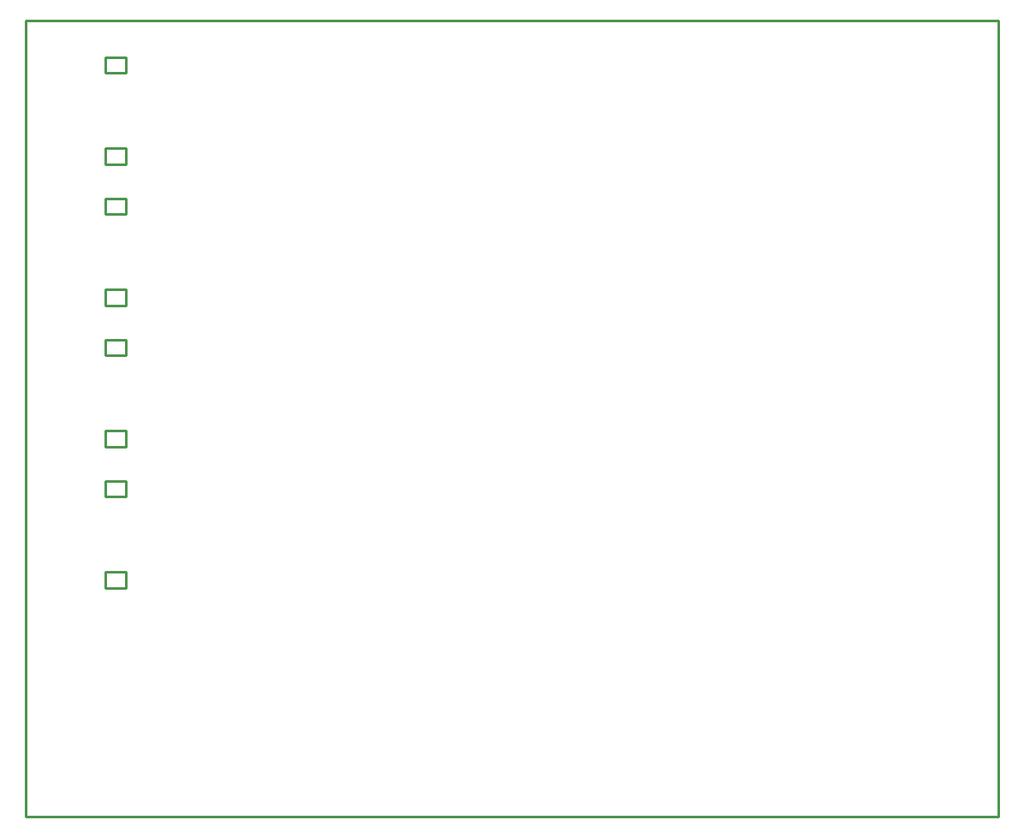
<source format=gbr>
G04 EAGLE Gerber X2 export*
G75*
%MOMM*%
%FSLAX34Y34*%
%LPD*%
%AMOC8*
5,1,8,0,0,1.08239X$1,22.5*%
G01*
%ADD10C,0.254000*%


D10*
X50800Y12700D02*
X1012700Y12700D01*
X1012700Y800000D01*
X50800Y800000D01*
X50800Y12700D01*
X129200Y378800D02*
X150200Y378800D01*
X150200Y394800D01*
X129200Y394800D01*
X129200Y378800D01*
X129200Y468800D02*
X150200Y468800D01*
X150200Y484800D01*
X129200Y484800D01*
X129200Y468800D01*
X129200Y518500D02*
X150200Y518500D01*
X150200Y534500D01*
X129200Y534500D01*
X129200Y518500D01*
X129200Y608500D02*
X150200Y608500D01*
X150200Y624500D01*
X129200Y624500D01*
X129200Y608500D01*
X129200Y658200D02*
X150200Y658200D01*
X150200Y674200D01*
X129200Y674200D01*
X129200Y658200D01*
X129200Y748200D02*
X150200Y748200D01*
X150200Y764200D01*
X129200Y764200D01*
X129200Y748200D01*
X129200Y329100D02*
X150200Y329100D01*
X150200Y345100D01*
X129200Y345100D01*
X129200Y329100D01*
X129200Y239100D02*
X150200Y239100D01*
X150200Y255100D01*
X129200Y255100D01*
X129200Y239100D01*
M02*

</source>
